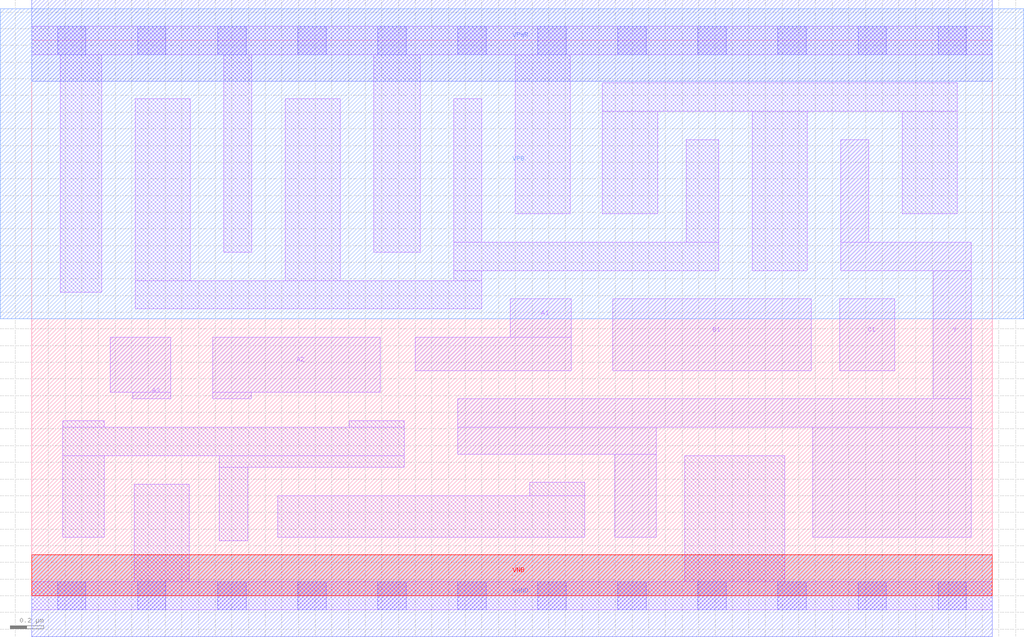
<source format=lef>
# Copyright 2020 The SkyWater PDK Authors
#
# Licensed under the Apache License, Version 2.0 (the "License");
# you may not use this file except in compliance with the License.
# You may obtain a copy of the License at
#
#     https://www.apache.org/licenses/LICENSE-2.0
#
# Unless required by applicable law or agreed to in writing, software
# distributed under the License is distributed on an "AS IS" BASIS,
# WITHOUT WARRANTIES OR CONDITIONS OF ANY KIND, either express or implied.
# See the License for the specific language governing permissions and
# limitations under the License.
#
# SPDX-License-Identifier: Apache-2.0

VERSION 5.7 ;
  NOWIREEXTENSIONATPIN ON ;
  DIVIDERCHAR "/" ;
  BUSBITCHARS "[]" ;
MACRO sky130_fd_sc_ls__a311oi_2
  CLASS CORE ;
  FOREIGN sky130_fd_sc_ls__a311oi_2 ;
  ORIGIN  0.000000  0.000000 ;
  SIZE  5.760000 BY  3.330000 ;
  SYMMETRY X Y ;
  SITE unit ;
  PIN A1
    ANTENNAGATEAREA  0.558000 ;
    DIRECTION INPUT ;
    USE SIGNAL ;
    PORT
      LAYER li1 ;
        RECT 2.300000 1.350000 3.235000 1.550000 ;
        RECT 2.870000 1.550000 3.235000 1.780000 ;
    END
  END A1
  PIN A2
    ANTENNAGATEAREA  0.558000 ;
    DIRECTION INPUT ;
    USE SIGNAL ;
    PORT
      LAYER li1 ;
        RECT 1.085000 1.180000 1.315000 1.220000 ;
        RECT 1.085000 1.220000 2.090000 1.550000 ;
    END
  END A2
  PIN A3
    ANTENNAGATEAREA  0.558000 ;
    DIRECTION INPUT ;
    USE SIGNAL ;
    PORT
      LAYER li1 ;
        RECT 0.470000 1.220000 0.835000 1.550000 ;
        RECT 0.605000 1.180000 0.835000 1.220000 ;
    END
  END A3
  PIN B1
    ANTENNAGATEAREA  0.447000 ;
    DIRECTION INPUT ;
    USE SIGNAL ;
    PORT
      LAYER li1 ;
        RECT 3.485000 1.350000 4.675000 1.780000 ;
    END
  END B1
  PIN C1
    ANTENNAGATEAREA  0.447000 ;
    DIRECTION INPUT ;
    USE SIGNAL ;
    PORT
      LAYER li1 ;
        RECT 4.845000 1.350000 5.175000 1.780000 ;
    END
  END C1
  PIN VNB
    PORT
      LAYER pwell ;
        RECT 0.000000 0.000000 5.760000 0.245000 ;
    END
  END VNB
  PIN VPB
    PORT
      LAYER nwell ;
        RECT -0.190000 1.660000 5.950000 3.520000 ;
    END
  END VPB
  PIN Y
    ANTENNADIFFAREA  0.935400 ;
    DIRECTION OUTPUT ;
    USE SIGNAL ;
    PORT
      LAYER li1 ;
        RECT 2.555000 0.850000 3.745000 1.010000 ;
        RECT 2.555000 1.010000 5.635000 1.180000 ;
        RECT 3.495000 0.350000 3.745000 0.850000 ;
        RECT 4.685000 0.350000 5.635000 1.010000 ;
        RECT 4.850000 1.950000 5.635000 2.120000 ;
        RECT 4.850000 2.120000 5.020000 2.735000 ;
        RECT 5.405000 1.180000 5.635000 1.950000 ;
    END
  END Y
  PIN VGND
    DIRECTION INOUT ;
    SHAPE ABUTMENT ;
    USE GROUND ;
    PORT
      LAYER met1 ;
        RECT 0.000000 -0.245000 5.760000 0.245000 ;
    END
  END VGND
  PIN VPWR
    DIRECTION INOUT ;
    SHAPE ABUTMENT ;
    USE POWER ;
    PORT
      LAYER met1 ;
        RECT 0.000000 3.085000 5.760000 3.575000 ;
    END
  END VPWR
  OBS
    LAYER li1 ;
      RECT 0.000000 -0.085000 5.760000 0.085000 ;
      RECT 0.000000  3.245000 5.760000 3.415000 ;
      RECT 0.170000  1.820000 0.420000 3.245000 ;
      RECT 0.185000  0.350000 0.435000 0.840000 ;
      RECT 0.185000  0.840000 2.235000 1.010000 ;
      RECT 0.185000  1.010000 0.435000 1.050000 ;
      RECT 0.615000  0.085000 0.945000 0.670000 ;
      RECT 0.620000  1.720000 2.700000 1.890000 ;
      RECT 0.620000  1.890000 0.950000 2.980000 ;
      RECT 1.125000  0.330000 1.295000 0.770000 ;
      RECT 1.125000  0.770000 2.235000 0.840000 ;
      RECT 1.150000  2.060000 1.320000 3.245000 ;
      RECT 1.475000  0.350000 3.315000 0.600000 ;
      RECT 1.520000  1.890000 1.850000 2.980000 ;
      RECT 1.905000  1.010000 2.235000 1.050000 ;
      RECT 2.050000  2.060000 2.330000 3.245000 ;
      RECT 2.530000  1.890000 2.700000 1.950000 ;
      RECT 2.530000  1.950000 4.120000 2.120000 ;
      RECT 2.530000  2.120000 2.700000 2.980000 ;
      RECT 2.900000  2.290000 3.230000 3.245000 ;
      RECT 2.985000  0.600000 3.315000 0.680000 ;
      RECT 3.420000  2.290000 3.755000 2.905000 ;
      RECT 3.420000  2.905000 5.550000 3.075000 ;
      RECT 3.915000  0.085000 4.515000 0.840000 ;
      RECT 3.925000  2.120000 4.120000 2.735000 ;
      RECT 4.320000  1.950000 4.650000 2.905000 ;
      RECT 5.220000  2.290000 5.550000 2.905000 ;
    LAYER mcon ;
      RECT 0.155000 -0.085000 0.325000 0.085000 ;
      RECT 0.155000  3.245000 0.325000 3.415000 ;
      RECT 0.635000 -0.085000 0.805000 0.085000 ;
      RECT 0.635000  3.245000 0.805000 3.415000 ;
      RECT 1.115000 -0.085000 1.285000 0.085000 ;
      RECT 1.115000  3.245000 1.285000 3.415000 ;
      RECT 1.595000 -0.085000 1.765000 0.085000 ;
      RECT 1.595000  3.245000 1.765000 3.415000 ;
      RECT 2.075000 -0.085000 2.245000 0.085000 ;
      RECT 2.075000  3.245000 2.245000 3.415000 ;
      RECT 2.555000 -0.085000 2.725000 0.085000 ;
      RECT 2.555000  3.245000 2.725000 3.415000 ;
      RECT 3.035000 -0.085000 3.205000 0.085000 ;
      RECT 3.035000  3.245000 3.205000 3.415000 ;
      RECT 3.515000 -0.085000 3.685000 0.085000 ;
      RECT 3.515000  3.245000 3.685000 3.415000 ;
      RECT 3.995000 -0.085000 4.165000 0.085000 ;
      RECT 3.995000  3.245000 4.165000 3.415000 ;
      RECT 4.475000 -0.085000 4.645000 0.085000 ;
      RECT 4.475000  3.245000 4.645000 3.415000 ;
      RECT 4.955000 -0.085000 5.125000 0.085000 ;
      RECT 4.955000  3.245000 5.125000 3.415000 ;
      RECT 5.435000 -0.085000 5.605000 0.085000 ;
      RECT 5.435000  3.245000 5.605000 3.415000 ;
  END
END sky130_fd_sc_ls__a311oi_2
END LIBRARY

</source>
